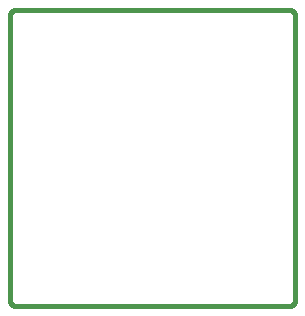
<source format=gbr>
G04 (created by PCBNEW-RS274X (2012-01-19 BZR 3256)-stable) date 2/28/2013 8:09:21 AM*
G01*
G70*
G90*
%MOIN*%
G04 Gerber Fmt 3.4, Leading zero omitted, Abs format*
%FSLAX34Y34*%
G04 APERTURE LIST*
%ADD10C,0.006000*%
%ADD11C,0.015000*%
G04 APERTURE END LIST*
G54D10*
G54D11*
X50394Y-36969D02*
X41339Y-36969D01*
X41299Y-27087D02*
X50394Y-27087D01*
X50393Y-36969D02*
X50413Y-36968D01*
X50434Y-36965D01*
X50454Y-36960D01*
X50474Y-36954D01*
X50493Y-36946D01*
X50511Y-36937D01*
X50528Y-36926D01*
X50545Y-36913D01*
X50560Y-36899D01*
X50574Y-36884D01*
X50587Y-36867D01*
X50598Y-36850D01*
X50607Y-36832D01*
X50615Y-36813D01*
X50621Y-36793D01*
X50626Y-36773D01*
X50629Y-36752D01*
X50630Y-36732D01*
X50630Y-27323D02*
X50630Y-36732D01*
X50630Y-27323D02*
X50629Y-27303D01*
X50626Y-27283D01*
X50621Y-27262D01*
X50615Y-27243D01*
X50607Y-27224D01*
X50598Y-27206D01*
X50587Y-27188D01*
X50574Y-27172D01*
X50560Y-27157D01*
X50545Y-27143D01*
X50529Y-27130D01*
X50512Y-27119D01*
X50493Y-27110D01*
X50474Y-27102D01*
X50455Y-27096D01*
X50434Y-27091D01*
X50414Y-27088D01*
X50394Y-27087D01*
X41301Y-27087D02*
X41280Y-27091D01*
X41260Y-27097D01*
X41241Y-27105D01*
X41222Y-27114D01*
X41204Y-27125D01*
X41187Y-27138D01*
X41172Y-27152D01*
X41158Y-27167D01*
X41145Y-27183D01*
X41133Y-27201D01*
X41123Y-27219D01*
X41115Y-27239D01*
X41108Y-27259D01*
X41104Y-27279D01*
X41101Y-27300D01*
X41100Y-27321D01*
X41100Y-27340D01*
X41103Y-27361D01*
X41102Y-36732D02*
X41103Y-36752D01*
X41106Y-36773D01*
X41111Y-36793D01*
X41117Y-36813D01*
X41125Y-36832D01*
X41134Y-36850D01*
X41145Y-36867D01*
X41158Y-36884D01*
X41172Y-36899D01*
X41187Y-36913D01*
X41204Y-36926D01*
X41221Y-36937D01*
X41239Y-36946D01*
X41258Y-36954D01*
X41278Y-36960D01*
X41298Y-36965D01*
X41319Y-36968D01*
X41339Y-36969D01*
X41102Y-27323D02*
X41102Y-36772D01*
M02*

</source>
